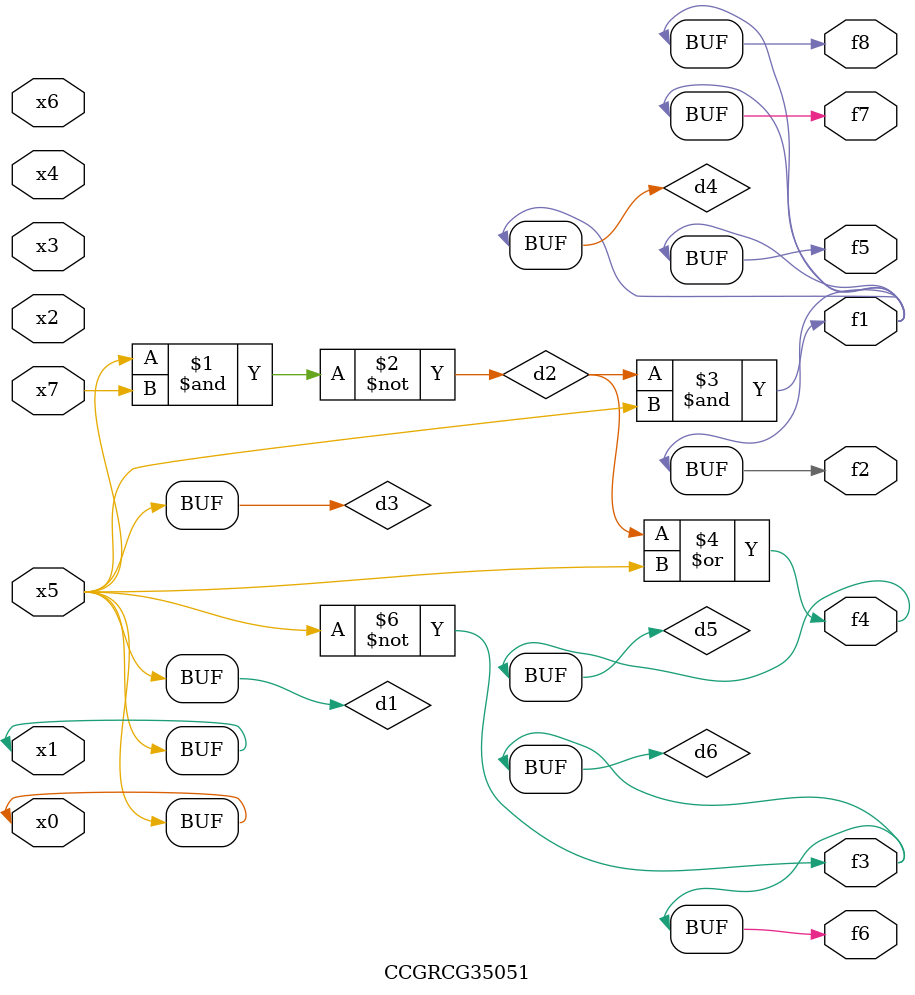
<source format=v>
module CCGRCG35051(
	input x0, x1, x2, x3, x4, x5, x6, x7,
	output f1, f2, f3, f4, f5, f6, f7, f8
);

	wire d1, d2, d3, d4, d5, d6;

	buf (d1, x0, x5);
	nand (d2, x5, x7);
	buf (d3, x0, x1);
	and (d4, d2, d3);
	or (d5, d2, d3);
	nor (d6, d1, d3);
	assign f1 = d4;
	assign f2 = d4;
	assign f3 = d6;
	assign f4 = d5;
	assign f5 = d4;
	assign f6 = d6;
	assign f7 = d4;
	assign f8 = d4;
endmodule

</source>
